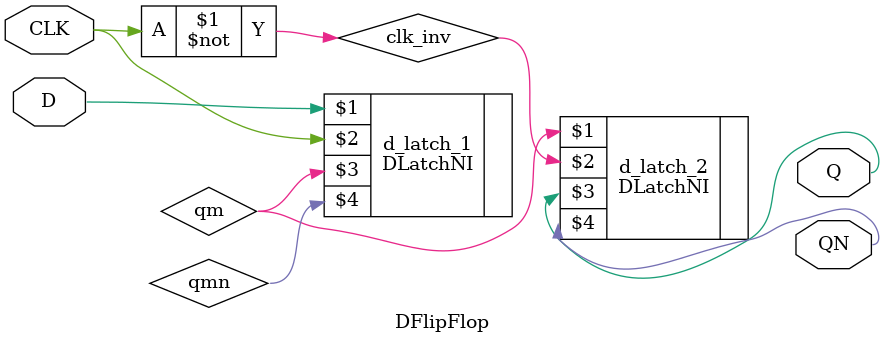
<source format=v>
`include "DLatchNI.v"
`timescale 1ns/1ns

module DFlipFlop (input D, CLK, output Q, QN);
    wire clk_inv, qm, qmn;
    not(clk_inv, CLK);
    DLatchNI d_latch_1(D, CLK, qm, qmn);
    DLatchNI d_latch_2(qm, clk_inv, Q, QN);
endmodule

</source>
